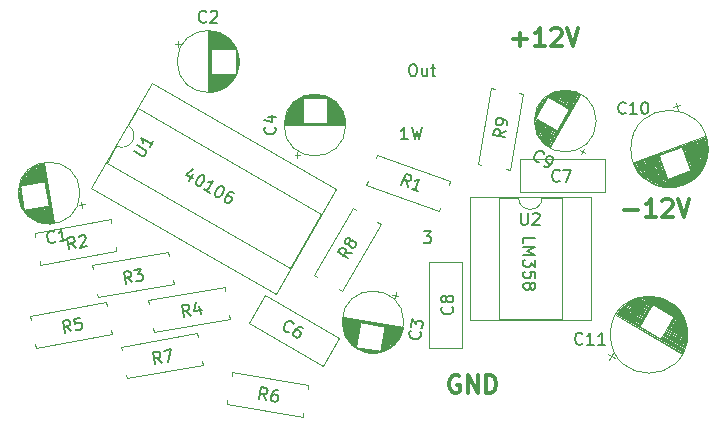
<source format=gbr>
G04 #@! TF.GenerationSoftware,KiCad,Pcbnew,(5.1.2-1)-1*
G04 #@! TF.CreationDate,2021-07-19T19:49:03-04:00*
G04 #@! TF.ProjectId,Psycho LFO - CGS,50737963-686f-4204-9c46-4f202d204347,rev?*
G04 #@! TF.SameCoordinates,Original*
G04 #@! TF.FileFunction,Legend,Top*
G04 #@! TF.FilePolarity,Positive*
%FSLAX46Y46*%
G04 Gerber Fmt 4.6, Leading zero omitted, Abs format (unit mm)*
G04 Created by KiCad (PCBNEW (5.1.2-1)-1) date 2021-07-19 19:49:03*
%MOMM*%
%LPD*%
G04 APERTURE LIST*
%ADD10C,0.150000*%
%ADD11C,0.300000*%
%ADD12C,0.120000*%
G04 APERTURE END LIST*
D10*
X60507619Y-32193123D02*
X60507619Y-31716933D01*
X61507619Y-31716933D01*
X60507619Y-32526457D02*
X61507619Y-32526457D01*
X60793333Y-32859790D01*
X61507619Y-33193123D01*
X60507619Y-33193123D01*
X61507619Y-33574076D02*
X61507619Y-34193123D01*
X61126666Y-33859790D01*
X61126666Y-34002647D01*
X61079047Y-34097885D01*
X61031428Y-34145504D01*
X60936190Y-34193123D01*
X60698095Y-34193123D01*
X60602857Y-34145504D01*
X60555238Y-34097885D01*
X60507619Y-34002647D01*
X60507619Y-33716933D01*
X60555238Y-33621695D01*
X60602857Y-33574076D01*
X61507619Y-35097885D02*
X61507619Y-34621695D01*
X61031428Y-34574076D01*
X61079047Y-34621695D01*
X61126666Y-34716933D01*
X61126666Y-34955028D01*
X61079047Y-35050266D01*
X61031428Y-35097885D01*
X60936190Y-35145504D01*
X60698095Y-35145504D01*
X60602857Y-35097885D01*
X60555238Y-35050266D01*
X60507619Y-34955028D01*
X60507619Y-34716933D01*
X60555238Y-34621695D01*
X60602857Y-34574076D01*
X61079047Y-35716933D02*
X61126666Y-35621695D01*
X61174285Y-35574076D01*
X61269523Y-35526457D01*
X61317142Y-35526457D01*
X61412380Y-35574076D01*
X61460000Y-35621695D01*
X61507619Y-35716933D01*
X61507619Y-35907409D01*
X61460000Y-36002647D01*
X61412380Y-36050266D01*
X61317142Y-36097885D01*
X61269523Y-36097885D01*
X61174285Y-36050266D01*
X61126666Y-36002647D01*
X61079047Y-35907409D01*
X61079047Y-35716933D01*
X61031428Y-35621695D01*
X60983809Y-35574076D01*
X60888571Y-35526457D01*
X60698095Y-35526457D01*
X60602857Y-35574076D01*
X60555238Y-35621695D01*
X60507619Y-35716933D01*
X60507619Y-35907409D01*
X60555238Y-36002647D01*
X60602857Y-36050266D01*
X60698095Y-36097885D01*
X60888571Y-36097885D01*
X60983809Y-36050266D01*
X61031428Y-36002647D01*
X61079047Y-35907409D01*
X32556927Y-26338480D02*
X32223594Y-26915830D01*
X32541207Y-25889518D02*
X31977868Y-26389060D01*
X32513979Y-26698583D01*
X33342184Y-26406947D02*
X33424662Y-26454567D01*
X33483331Y-26543425D01*
X33500761Y-26608474D01*
X33494381Y-26714762D01*
X33440383Y-26903529D01*
X33321335Y-27109725D01*
X33184858Y-27250873D01*
X33095999Y-27309542D01*
X33030950Y-27326972D01*
X32924662Y-27320592D01*
X32842184Y-27272973D01*
X32783515Y-27184115D01*
X32766085Y-27119066D01*
X32772464Y-27012778D01*
X32826463Y-26824011D01*
X32945511Y-26617814D01*
X33081988Y-26476667D01*
X33170847Y-26417998D01*
X33235895Y-26400568D01*
X33342184Y-26406947D01*
X33955645Y-27915830D02*
X33460773Y-27630116D01*
X33708209Y-27772973D02*
X34208209Y-26906947D01*
X34054302Y-26983046D01*
X33924204Y-27017906D01*
X33817916Y-27011526D01*
X34991756Y-27359328D02*
X35074234Y-27406947D01*
X35132904Y-27495806D01*
X35150333Y-27560855D01*
X35143954Y-27667143D01*
X35089955Y-27855910D01*
X34970907Y-28062106D01*
X34834430Y-28203254D01*
X34745571Y-28261923D01*
X34680523Y-28279353D01*
X34574234Y-28272973D01*
X34491756Y-28225354D01*
X34433087Y-28136495D01*
X34415657Y-28071447D01*
X34422037Y-27965159D01*
X34476035Y-27776392D01*
X34595083Y-27570195D01*
X34731561Y-27429048D01*
X34820419Y-27370378D01*
X34885468Y-27352949D01*
X34991756Y-27359328D01*
X36022738Y-27954567D02*
X35857781Y-27859328D01*
X35751493Y-27852949D01*
X35686444Y-27870378D01*
X35532537Y-27946477D01*
X35396060Y-28087625D01*
X35205583Y-28417539D01*
X35199204Y-28523828D01*
X35216634Y-28588876D01*
X35275303Y-28677735D01*
X35440260Y-28772973D01*
X35546548Y-28779353D01*
X35611597Y-28761923D01*
X35700455Y-28703254D01*
X35819503Y-28497057D01*
X35825883Y-28390769D01*
X35808453Y-28325720D01*
X35749784Y-28236862D01*
X35584826Y-28141624D01*
X35478538Y-28135244D01*
X35413489Y-28152674D01*
X35324631Y-28211343D01*
X52066866Y-31176980D02*
X52685914Y-31176980D01*
X52352580Y-31557933D01*
X52495438Y-31557933D01*
X52590676Y-31605552D01*
X52638295Y-31653171D01*
X52685914Y-31748409D01*
X52685914Y-31986504D01*
X52638295Y-32081742D01*
X52590676Y-32129361D01*
X52495438Y-32176980D01*
X52209723Y-32176980D01*
X52114485Y-32129361D01*
X52066866Y-32081742D01*
X50717485Y-23363180D02*
X50146057Y-23363180D01*
X50431771Y-23363180D02*
X50431771Y-22363180D01*
X50336533Y-22506038D01*
X50241295Y-22601276D01*
X50146057Y-22648895D01*
X51050819Y-22363180D02*
X51288914Y-23363180D01*
X51479390Y-22648895D01*
X51669866Y-23363180D01*
X51907961Y-22363180D01*
X51058866Y-17029180D02*
X51249342Y-17029180D01*
X51344580Y-17076800D01*
X51439819Y-17172038D01*
X51487438Y-17362514D01*
X51487438Y-17695847D01*
X51439819Y-17886323D01*
X51344580Y-17981561D01*
X51249342Y-18029180D01*
X51058866Y-18029180D01*
X50963628Y-17981561D01*
X50868390Y-17886323D01*
X50820771Y-17695847D01*
X50820771Y-17362514D01*
X50868390Y-17172038D01*
X50963628Y-17076800D01*
X51058866Y-17029180D01*
X52344580Y-17362514D02*
X52344580Y-18029180D01*
X51916009Y-17362514D02*
X51916009Y-17886323D01*
X51963628Y-17981561D01*
X52058866Y-18029180D01*
X52201723Y-18029180D01*
X52296961Y-17981561D01*
X52344580Y-17933942D01*
X52677914Y-17362514D02*
X53058866Y-17362514D01*
X52820771Y-17029180D02*
X52820771Y-17886323D01*
X52868390Y-17981561D01*
X52963628Y-18029180D01*
X53058866Y-18029180D01*
D11*
X59663342Y-14915342D02*
X60806200Y-14915342D01*
X60234771Y-15486771D02*
X60234771Y-14343914D01*
X62306200Y-15486771D02*
X61449057Y-15486771D01*
X61877628Y-15486771D02*
X61877628Y-13986771D01*
X61734771Y-14201057D01*
X61591914Y-14343914D01*
X61449057Y-14415342D01*
X62877628Y-14129628D02*
X62949057Y-14058200D01*
X63091914Y-13986771D01*
X63449057Y-13986771D01*
X63591914Y-14058200D01*
X63663342Y-14129628D01*
X63734771Y-14272485D01*
X63734771Y-14415342D01*
X63663342Y-14629628D01*
X62806200Y-15486771D01*
X63734771Y-15486771D01*
X64163342Y-13986771D02*
X64663342Y-15486771D01*
X65163342Y-13986771D01*
X69061342Y-29393342D02*
X70204200Y-29393342D01*
X71704200Y-29964771D02*
X70847057Y-29964771D01*
X71275628Y-29964771D02*
X71275628Y-28464771D01*
X71132771Y-28679057D01*
X70989914Y-28821914D01*
X70847057Y-28893342D01*
X72275628Y-28607628D02*
X72347057Y-28536200D01*
X72489914Y-28464771D01*
X72847057Y-28464771D01*
X72989914Y-28536200D01*
X73061342Y-28607628D01*
X73132771Y-28750485D01*
X73132771Y-28893342D01*
X73061342Y-29107628D01*
X72204200Y-29964771D01*
X73132771Y-29964771D01*
X73561342Y-28464771D02*
X74061342Y-29964771D01*
X74561342Y-28464771D01*
X55067342Y-43420600D02*
X54924485Y-43349171D01*
X54710200Y-43349171D01*
X54495914Y-43420600D01*
X54353057Y-43563457D01*
X54281628Y-43706314D01*
X54210200Y-43992028D01*
X54210200Y-44206314D01*
X54281628Y-44492028D01*
X54353057Y-44634885D01*
X54495914Y-44777742D01*
X54710200Y-44849171D01*
X54853057Y-44849171D01*
X55067342Y-44777742D01*
X55138771Y-44706314D01*
X55138771Y-44206314D01*
X54853057Y-44206314D01*
X55781628Y-44849171D02*
X55781628Y-43349171D01*
X56638771Y-44849171D01*
X56638771Y-43349171D01*
X57353057Y-44849171D02*
X57353057Y-43349171D01*
X57710200Y-43349171D01*
X57924485Y-43420600D01*
X58067342Y-43563457D01*
X58138771Y-43706314D01*
X58210200Y-43992028D01*
X58210200Y-44206314D01*
X58138771Y-44492028D01*
X58067342Y-44634885D01*
X57924485Y-44777742D01*
X57710200Y-44849171D01*
X57353057Y-44849171D01*
D12*
X53352256Y-29489882D02*
X53465123Y-29179783D01*
X47206666Y-27253070D02*
X53352256Y-29489882D01*
X47319533Y-26942971D02*
X47206666Y-27253070D01*
X54289391Y-26915124D02*
X54176525Y-27225222D01*
X48143802Y-24678312D02*
X54289391Y-26915124D01*
X48030935Y-24988411D02*
X48143802Y-24678312D01*
X65393068Y-24599881D02*
X65643068Y-24166869D01*
X65734575Y-24508375D02*
X65301562Y-24258375D01*
X61648536Y-20774051D02*
X61932536Y-20282149D01*
X61566177Y-20996701D02*
X62084177Y-20099499D01*
X61521318Y-21154399D02*
X62198318Y-19981801D01*
X61491959Y-21285250D02*
X62296959Y-19890950D01*
X61471600Y-21400513D02*
X62386600Y-19815687D01*
X61458241Y-21503652D02*
X62469241Y-19752548D01*
X61449382Y-21598996D02*
X62547382Y-19697204D01*
X61444023Y-21688278D02*
X62622023Y-19647922D01*
X62587664Y-19787434D02*
X62693164Y-19604702D01*
X61442164Y-21771498D02*
X61547664Y-21588766D01*
X62622305Y-19807434D02*
X62761805Y-19565812D01*
X61442805Y-21850388D02*
X61582305Y-21608766D01*
X62656946Y-19827434D02*
X62828446Y-19530387D01*
X61445446Y-21925813D02*
X61616946Y-21628766D01*
X62691587Y-19847434D02*
X62893087Y-19498425D01*
X61450087Y-21997775D02*
X61651587Y-21648766D01*
X62726228Y-19867434D02*
X62956228Y-19469062D01*
X61456228Y-22067138D02*
X61686228Y-21668766D01*
X62760869Y-19887434D02*
X63017869Y-19442297D01*
X61463869Y-22133903D02*
X61720869Y-21688766D01*
X62795510Y-19907434D02*
X63078010Y-19418129D01*
X61473010Y-22198071D02*
X61755510Y-21708766D01*
X62830151Y-19927434D02*
X63136651Y-19396560D01*
X61483651Y-22259640D02*
X61790151Y-21728766D01*
X62864792Y-19947434D02*
X63194292Y-19376723D01*
X61495292Y-22319477D02*
X61824792Y-21748766D01*
X62899433Y-19967434D02*
X63250933Y-19358618D01*
X61507933Y-22377582D02*
X61859433Y-21768766D01*
X62934074Y-19987434D02*
X63306574Y-19342245D01*
X61521574Y-22433955D02*
X61894074Y-21788766D01*
X62968715Y-20007434D02*
X63361715Y-19326738D01*
X61535715Y-22489462D02*
X61928715Y-21808766D01*
X63003356Y-20027434D02*
X63415356Y-19313829D01*
X61551356Y-22542371D02*
X61963356Y-21828766D01*
X63037998Y-20047434D02*
X63468498Y-19301786D01*
X61567498Y-22594414D02*
X61997998Y-21848766D01*
X63072639Y-20067434D02*
X63521139Y-19290609D01*
X61584139Y-22645591D02*
X62032639Y-21868766D01*
X63107280Y-20087434D02*
X63572780Y-19281164D01*
X61601780Y-22695036D02*
X62067280Y-21888766D01*
X63141921Y-20107434D02*
X63623921Y-19272585D01*
X61619921Y-22743615D02*
X62101921Y-21908766D01*
X63176562Y-20127434D02*
X63674062Y-19265738D01*
X61639062Y-22790462D02*
X62136562Y-21928766D01*
X63211203Y-20147434D02*
X63723703Y-19259758D01*
X61658703Y-22836442D02*
X62171203Y-21948766D01*
X63245844Y-20167434D02*
X63773344Y-19253777D01*
X61678344Y-22882423D02*
X62205844Y-21968766D01*
X63280485Y-20187434D02*
X63821485Y-19250394D01*
X61699485Y-22925806D02*
X62240485Y-21988766D01*
X63315126Y-20207434D02*
X63869626Y-19247011D01*
X61720626Y-22969189D02*
X62275126Y-22008766D01*
X63349767Y-20227434D02*
X63917267Y-19244495D01*
X61742267Y-23011705D02*
X62309767Y-22028766D01*
X63384408Y-20247434D02*
X63964408Y-19242844D01*
X61764408Y-23053356D02*
X62344408Y-22048766D01*
X63419049Y-20267434D02*
X64011049Y-19242060D01*
X61787049Y-23094140D02*
X62379049Y-22068766D01*
X63453690Y-20287434D02*
X64057190Y-19242141D01*
X61810190Y-23134059D02*
X62413690Y-22088766D01*
X63488331Y-20307434D02*
X64102331Y-19243954D01*
X61834331Y-23172246D02*
X62448331Y-22108766D01*
X63522972Y-20327434D02*
X64147972Y-19244902D01*
X61857972Y-23211298D02*
X62482972Y-22128766D01*
X63557613Y-20347434D02*
X64192613Y-19247581D01*
X61882613Y-23248619D02*
X62517613Y-22148766D01*
X63592254Y-20367434D02*
X64236754Y-19251127D01*
X61907754Y-23285073D02*
X62552254Y-22168766D01*
X63626895Y-20387434D02*
X64280895Y-19254672D01*
X61932895Y-23321528D02*
X62586895Y-22188766D01*
X63661536Y-20407434D02*
X64324036Y-19259950D01*
X61959036Y-23356250D02*
X62621536Y-22208766D01*
X63696177Y-20427434D02*
X64367177Y-19265227D01*
X61985177Y-23390973D02*
X62656177Y-22228766D01*
X63730818Y-20447434D02*
X64409818Y-19271371D01*
X62011818Y-23424829D02*
X62690818Y-22248766D01*
X63765459Y-20467434D02*
X64452459Y-19277515D01*
X62038459Y-23458685D02*
X62725459Y-22268766D01*
X63800100Y-20487434D02*
X64494100Y-19285390D01*
X62066100Y-23490810D02*
X62760100Y-22288766D01*
X63834741Y-20507434D02*
X64535741Y-19293266D01*
X62093741Y-23522934D02*
X62794741Y-22308766D01*
X63869382Y-20527434D02*
X64576882Y-19302008D01*
X62121882Y-23554192D02*
X62829382Y-22328766D01*
X63904023Y-20547434D02*
X64618023Y-19310749D01*
X62150023Y-23585451D02*
X62864023Y-22348766D01*
X63938664Y-20567434D02*
X64658664Y-19320357D01*
X62178664Y-23615843D02*
X62898664Y-22368766D01*
X63974171Y-20587934D02*
X64699671Y-19331331D01*
X62208671Y-23645869D02*
X62934171Y-22389266D01*
X64008812Y-20607934D02*
X64739312Y-19342670D01*
X62238312Y-23674530D02*
X62968812Y-22409266D01*
X64043453Y-20627934D02*
X64778953Y-19354010D01*
X62267953Y-23703190D02*
X63003453Y-22429266D01*
X64078094Y-20647934D02*
X64818094Y-19366216D01*
X62298094Y-23730984D02*
X63038094Y-22449266D01*
X64112735Y-20667934D02*
X64856735Y-19379288D01*
X62328735Y-23757912D02*
X63072735Y-22469266D01*
X64147376Y-20687934D02*
X64895376Y-19392360D01*
X62359376Y-23784840D02*
X63107376Y-22489266D01*
X64182017Y-20707934D02*
X64933517Y-19406297D01*
X62390517Y-23810903D02*
X63142017Y-22509266D01*
X64216658Y-20727934D02*
X64971658Y-19420235D01*
X62421658Y-23836965D02*
X63176658Y-22529266D01*
X64251299Y-20747934D02*
X65009299Y-19435039D01*
X62453299Y-23862161D02*
X63211299Y-22549266D01*
X64285940Y-20767934D02*
X65046440Y-19450709D01*
X62485440Y-23886491D02*
X63245940Y-22569266D01*
X64320581Y-20787934D02*
X65083081Y-19467245D01*
X62518081Y-23909955D02*
X63280581Y-22589266D01*
X64355222Y-20807934D02*
X65119722Y-19483781D01*
X62550722Y-23933419D02*
X63315222Y-22609266D01*
X62583363Y-23956883D02*
X65156363Y-19500317D01*
X62616504Y-23979481D02*
X65192504Y-19517719D01*
X62650145Y-24001213D02*
X65228145Y-19535987D01*
X62684286Y-24022080D02*
X65263286Y-19555120D01*
X62718427Y-24042946D02*
X65298427Y-19574254D01*
X62753068Y-24062946D02*
X65333068Y-19594254D01*
X66663068Y-21828600D02*
G75*
G03X66663068Y-21828600I-2620000J0D01*
G01*
X41124800Y-24723575D02*
X41624800Y-24723575D01*
X41374800Y-24973575D02*
X41374800Y-24473575D01*
X42565800Y-19567800D02*
X43133800Y-19567800D01*
X42331800Y-19607800D02*
X43367800Y-19607800D01*
X42172800Y-19647800D02*
X43526800Y-19647800D01*
X42044800Y-19687800D02*
X43654800Y-19687800D01*
X41934800Y-19727800D02*
X43764800Y-19727800D01*
X41838800Y-19767800D02*
X43860800Y-19767800D01*
X41751800Y-19807800D02*
X43947800Y-19807800D01*
X41671800Y-19847800D02*
X44027800Y-19847800D01*
X43889800Y-19887800D02*
X44100800Y-19887800D01*
X41598800Y-19887800D02*
X41809800Y-19887800D01*
X43889800Y-19927800D02*
X44168800Y-19927800D01*
X41530800Y-19927800D02*
X41809800Y-19927800D01*
X43889800Y-19967800D02*
X44232800Y-19967800D01*
X41466800Y-19967800D02*
X41809800Y-19967800D01*
X43889800Y-20007800D02*
X44292800Y-20007800D01*
X41406800Y-20007800D02*
X41809800Y-20007800D01*
X43889800Y-20047800D02*
X44349800Y-20047800D01*
X41349800Y-20047800D02*
X41809800Y-20047800D01*
X43889800Y-20087800D02*
X44403800Y-20087800D01*
X41295800Y-20087800D02*
X41809800Y-20087800D01*
X43889800Y-20127800D02*
X44454800Y-20127800D01*
X41244800Y-20127800D02*
X41809800Y-20127800D01*
X43889800Y-20167800D02*
X44502800Y-20167800D01*
X41196800Y-20167800D02*
X41809800Y-20167800D01*
X43889800Y-20207800D02*
X44548800Y-20207800D01*
X41150800Y-20207800D02*
X41809800Y-20207800D01*
X43889800Y-20247800D02*
X44592800Y-20247800D01*
X41106800Y-20247800D02*
X41809800Y-20247800D01*
X43889800Y-20287800D02*
X44634800Y-20287800D01*
X41064800Y-20287800D02*
X41809800Y-20287800D01*
X43889800Y-20327800D02*
X44675800Y-20327800D01*
X41023800Y-20327800D02*
X41809800Y-20327800D01*
X43889800Y-20367800D02*
X44713800Y-20367800D01*
X40985800Y-20367800D02*
X41809800Y-20367800D01*
X43889800Y-20407800D02*
X44750800Y-20407800D01*
X40948800Y-20407800D02*
X41809800Y-20407800D01*
X43889800Y-20447800D02*
X44786800Y-20447800D01*
X40912800Y-20447800D02*
X41809800Y-20447800D01*
X43889800Y-20487800D02*
X44820800Y-20487800D01*
X40878800Y-20487800D02*
X41809800Y-20487800D01*
X43889800Y-20527800D02*
X44853800Y-20527800D01*
X40845800Y-20527800D02*
X41809800Y-20527800D01*
X43889800Y-20567800D02*
X44884800Y-20567800D01*
X40814800Y-20567800D02*
X41809800Y-20567800D01*
X43889800Y-20607800D02*
X44914800Y-20607800D01*
X40784800Y-20607800D02*
X41809800Y-20607800D01*
X43889800Y-20647800D02*
X44944800Y-20647800D01*
X40754800Y-20647800D02*
X41809800Y-20647800D01*
X43889800Y-20687800D02*
X44971800Y-20687800D01*
X40727800Y-20687800D02*
X41809800Y-20687800D01*
X43889800Y-20727800D02*
X44998800Y-20727800D01*
X40700800Y-20727800D02*
X41809800Y-20727800D01*
X43889800Y-20767800D02*
X45024800Y-20767800D01*
X40674800Y-20767800D02*
X41809800Y-20767800D01*
X43889800Y-20807800D02*
X45049800Y-20807800D01*
X40649800Y-20807800D02*
X41809800Y-20807800D01*
X43889800Y-20847800D02*
X45073800Y-20847800D01*
X40625800Y-20847800D02*
X41809800Y-20847800D01*
X43889800Y-20887800D02*
X45096800Y-20887800D01*
X40602800Y-20887800D02*
X41809800Y-20887800D01*
X43889800Y-20927800D02*
X45117800Y-20927800D01*
X40581800Y-20927800D02*
X41809800Y-20927800D01*
X43889800Y-20967800D02*
X45139800Y-20967800D01*
X40559800Y-20967800D02*
X41809800Y-20967800D01*
X43889800Y-21007800D02*
X45159800Y-21007800D01*
X40539800Y-21007800D02*
X41809800Y-21007800D01*
X43889800Y-21047800D02*
X45178800Y-21047800D01*
X40520800Y-21047800D02*
X41809800Y-21047800D01*
X43889800Y-21087800D02*
X45197800Y-21087800D01*
X40501800Y-21087800D02*
X41809800Y-21087800D01*
X43889800Y-21127800D02*
X45214800Y-21127800D01*
X40484800Y-21127800D02*
X41809800Y-21127800D01*
X43889800Y-21167800D02*
X45231800Y-21167800D01*
X40467800Y-21167800D02*
X41809800Y-21167800D01*
X43889800Y-21207800D02*
X45247800Y-21207800D01*
X40451800Y-21207800D02*
X41809800Y-21207800D01*
X43889800Y-21247800D02*
X45263800Y-21247800D01*
X40435800Y-21247800D02*
X41809800Y-21247800D01*
X43889800Y-21287800D02*
X45277800Y-21287800D01*
X40421800Y-21287800D02*
X41809800Y-21287800D01*
X43889800Y-21327800D02*
X45291800Y-21327800D01*
X40407800Y-21327800D02*
X41809800Y-21327800D01*
X43889800Y-21367800D02*
X45304800Y-21367800D01*
X40394800Y-21367800D02*
X41809800Y-21367800D01*
X43889800Y-21407800D02*
X45317800Y-21407800D01*
X40381800Y-21407800D02*
X41809800Y-21407800D01*
X43889800Y-21447800D02*
X45329800Y-21447800D01*
X40369800Y-21447800D02*
X41809800Y-21447800D01*
X43889800Y-21488800D02*
X45340800Y-21488800D01*
X40358800Y-21488800D02*
X41809800Y-21488800D01*
X43889800Y-21528800D02*
X45350800Y-21528800D01*
X40348800Y-21528800D02*
X41809800Y-21528800D01*
X43889800Y-21568800D02*
X45360800Y-21568800D01*
X40338800Y-21568800D02*
X41809800Y-21568800D01*
X43889800Y-21608800D02*
X45369800Y-21608800D01*
X40329800Y-21608800D02*
X41809800Y-21608800D01*
X43889800Y-21648800D02*
X45377800Y-21648800D01*
X40321800Y-21648800D02*
X41809800Y-21648800D01*
X43889800Y-21688800D02*
X45385800Y-21688800D01*
X40313800Y-21688800D02*
X41809800Y-21688800D01*
X43889800Y-21728800D02*
X45392800Y-21728800D01*
X40306800Y-21728800D02*
X41809800Y-21728800D01*
X43889800Y-21768800D02*
X45399800Y-21768800D01*
X40299800Y-21768800D02*
X41809800Y-21768800D01*
X43889800Y-21808800D02*
X45405800Y-21808800D01*
X40293800Y-21808800D02*
X41809800Y-21808800D01*
X43889800Y-21848800D02*
X45410800Y-21848800D01*
X40288800Y-21848800D02*
X41809800Y-21848800D01*
X43889800Y-21888800D02*
X45414800Y-21888800D01*
X40284800Y-21888800D02*
X41809800Y-21888800D01*
X43889800Y-21928800D02*
X45418800Y-21928800D01*
X40280800Y-21928800D02*
X41809800Y-21928800D01*
X40276800Y-21968800D02*
X45422800Y-21968800D01*
X40273800Y-22008800D02*
X45425800Y-22008800D01*
X40271800Y-22048800D02*
X45427800Y-22048800D01*
X40270800Y-22088800D02*
X45428800Y-22088800D01*
X40269800Y-22128800D02*
X45429800Y-22128800D01*
X40269800Y-22168800D02*
X45429800Y-22168800D01*
X45469800Y-22168800D02*
G75*
G03X45469800Y-22168800I-2620000J0D01*
G01*
X49905965Y-36631991D02*
X49413561Y-36545166D01*
X49703175Y-36342377D02*
X49616351Y-36834780D01*
X47591566Y-41459211D02*
X47032195Y-41360579D01*
X47828957Y-41460452D02*
X46808696Y-41280553D01*
X47992488Y-41448670D02*
X46659058Y-41213550D01*
X48125489Y-41431505D02*
X46539948Y-41151931D01*
X48240764Y-41411213D02*
X46438565Y-41093437D01*
X48342251Y-41388491D02*
X46350970Y-41037375D01*
X48434875Y-41364206D02*
X46272238Y-40982875D01*
X48520606Y-41338706D02*
X46200399Y-40929591D01*
X46343248Y-40914162D02*
X46135454Y-40877522D01*
X48599443Y-41311990D02*
X48391648Y-41275350D01*
X46350194Y-40874770D02*
X46075433Y-40826322D01*
X48673356Y-41284406D02*
X48398594Y-41235958D01*
X46357140Y-40835377D02*
X46019351Y-40775816D01*
X48743329Y-41256127D02*
X48405540Y-41196566D01*
X46364086Y-40795985D02*
X45967208Y-40726005D01*
X48809364Y-41227154D02*
X48412486Y-41157173D01*
X46371032Y-40756593D02*
X45918020Y-40676715D01*
X48872444Y-41197659D02*
X48419432Y-41117781D01*
X46377978Y-40717201D02*
X45871787Y-40627945D01*
X48932569Y-41167644D02*
X48426378Y-41078389D01*
X46384924Y-40677808D02*
X45828507Y-40579697D01*
X48989740Y-41137108D02*
X48433324Y-41038996D01*
X46391870Y-40638416D02*
X45788183Y-40531970D01*
X49043957Y-41106050D02*
X48440270Y-40999604D01*
X46398816Y-40599024D02*
X45749827Y-40484589D01*
X49096204Y-41074646D02*
X48447216Y-40960212D01*
X46405762Y-40559631D02*
X45713442Y-40437557D01*
X49146482Y-41042894D02*
X48454162Y-40920819D01*
X46412707Y-40520239D02*
X45679026Y-40390871D01*
X49194789Y-41010795D02*
X48461108Y-40881427D01*
X46419653Y-40480847D02*
X45645595Y-40344359D01*
X49242112Y-40978522D02*
X48468054Y-40842035D01*
X46426599Y-40441454D02*
X45615118Y-40298368D01*
X49286481Y-40945729D02*
X48474999Y-40802643D01*
X46433545Y-40402062D02*
X45585626Y-40252551D01*
X49329865Y-40912761D02*
X48481945Y-40763250D01*
X46440491Y-40362670D02*
X45557119Y-40206907D01*
X49372264Y-40879620D02*
X48488891Y-40723858D01*
X46447437Y-40323277D02*
X45530581Y-40161611D01*
X49412693Y-40846132D02*
X48495837Y-40684466D01*
X46454383Y-40283885D02*
X45505028Y-40116488D01*
X49452138Y-40812470D02*
X48502783Y-40645073D01*
X46461329Y-40244493D02*
X45481445Y-40071713D01*
X49489613Y-40778461D02*
X48509729Y-40605681D01*
X46468275Y-40205100D02*
X45458847Y-40027111D01*
X49526103Y-40744278D02*
X48516675Y-40566289D01*
X46475221Y-40165708D02*
X45436249Y-39982509D01*
X49562593Y-40710095D02*
X48523621Y-40526896D01*
X46482167Y-40126316D02*
X45416605Y-39938429D01*
X49596129Y-40675391D02*
X48530567Y-40487504D01*
X46489113Y-40086924D02*
X45396961Y-39894348D01*
X49629665Y-40640688D02*
X48537513Y-40448112D01*
X46496059Y-40047531D02*
X45378302Y-39850441D01*
X49662216Y-40605810D02*
X48544459Y-40408719D01*
X46503005Y-40008139D02*
X45360628Y-39806707D01*
X49693782Y-40570759D02*
X48551405Y-40369327D01*
X46509950Y-39968747D02*
X45343938Y-39763147D01*
X49724363Y-40535534D02*
X48558351Y-40329935D01*
X46516896Y-39929354D02*
X45328233Y-39719761D01*
X49753959Y-40500136D02*
X48565297Y-40290543D01*
X46523842Y-39889962D02*
X45314498Y-39676722D01*
X49781586Y-40464390D02*
X48572242Y-40251150D01*
X46530788Y-39850570D02*
X45299779Y-39633509D01*
X49810198Y-40428818D02*
X48579188Y-40211758D01*
X46537734Y-39811177D02*
X45287028Y-39590644D01*
X49836840Y-40392899D02*
X48586134Y-40172366D01*
X46544680Y-39771785D02*
X45275263Y-39547953D01*
X49862497Y-40356806D02*
X48593080Y-40132973D01*
X46551626Y-39732393D02*
X45263497Y-39505261D01*
X49888155Y-40320713D02*
X48600026Y-40093581D01*
X46558572Y-39693000D02*
X45253702Y-39462917D01*
X49911842Y-40284273D02*
X48606972Y-40054189D01*
X46565518Y-39653608D02*
X45243906Y-39420572D01*
X49935530Y-40247832D02*
X48613918Y-40014796D01*
X46572464Y-39614216D02*
X45235095Y-39378402D01*
X49958233Y-40211218D02*
X48620864Y-39975404D01*
X46579410Y-39574824D02*
X45226284Y-39336231D01*
X49980936Y-40174604D02*
X48627810Y-39936012D01*
X46586356Y-39535431D02*
X45219443Y-39294408D01*
X50001669Y-40137643D02*
X48634756Y-39896619D01*
X46593302Y-39496039D02*
X45212601Y-39252584D01*
X50022402Y-40100682D02*
X48641702Y-39857227D01*
X46600248Y-39456647D02*
X45206745Y-39210934D01*
X50042151Y-40063547D02*
X48648648Y-39817835D01*
X46607193Y-39417254D02*
X45200888Y-39169285D01*
X50061899Y-40026412D02*
X48655594Y-39778442D01*
X46614139Y-39377862D02*
X45196016Y-39127809D01*
X50080663Y-39989104D02*
X48662540Y-39739050D01*
X46621259Y-39337485D02*
X45192303Y-39085521D01*
X50098615Y-39950637D02*
X48669659Y-39698673D01*
X46628205Y-39298093D02*
X45189401Y-39044393D01*
X50115409Y-39912981D02*
X48676605Y-39659281D01*
X46635151Y-39258700D02*
X45186499Y-39003264D01*
X50132203Y-39875325D02*
X48683551Y-39619888D01*
X46642097Y-39219308D02*
X45184581Y-38962309D01*
X50148012Y-39837495D02*
X48690497Y-39580496D01*
X46649043Y-39179916D02*
X45183649Y-38921527D01*
X50162837Y-39799492D02*
X48697443Y-39541104D01*
X46655989Y-39140523D02*
X45182716Y-38880746D01*
X50177661Y-39761489D02*
X48704389Y-39501712D01*
X46662935Y-39101131D02*
X45182768Y-38840138D01*
X50191501Y-39723312D02*
X48711335Y-39462319D01*
X46669880Y-39061739D02*
X45182821Y-38799530D01*
X50205340Y-39685136D02*
X48718281Y-39422927D01*
X46676826Y-39022346D02*
X45183858Y-38759096D01*
X50218195Y-39646785D02*
X48725226Y-39383535D01*
X46683772Y-38982954D02*
X45185880Y-38718835D01*
X50230065Y-39608261D02*
X48732172Y-39344142D01*
X46690718Y-38943562D02*
X45188886Y-38678748D01*
X50240950Y-39569563D02*
X48739118Y-39304750D01*
X46697664Y-38904169D02*
X45191893Y-38638661D01*
X50251835Y-39530866D02*
X48746064Y-39265358D01*
X50262720Y-39492168D02*
X45194900Y-38598574D01*
X50272621Y-39453297D02*
X45198891Y-38558661D01*
X50281536Y-39414252D02*
X45203868Y-38518922D01*
X50289467Y-39375033D02*
X45209829Y-38479356D01*
X50297398Y-39335814D02*
X45215790Y-38439790D01*
X50304344Y-39296422D02*
X45222736Y-38400397D01*
X50383540Y-38848410D02*
G75*
G03X50383540Y-38848410I-2620000J0D01*
G01*
X31258025Y-15064400D02*
X31258025Y-15564400D01*
X31008025Y-15314400D02*
X31508025Y-15314400D01*
X36413800Y-16505400D02*
X36413800Y-17073400D01*
X36373800Y-16271400D02*
X36373800Y-17307400D01*
X36333800Y-16112400D02*
X36333800Y-17466400D01*
X36293800Y-15984400D02*
X36293800Y-17594400D01*
X36253800Y-15874400D02*
X36253800Y-17704400D01*
X36213800Y-15778400D02*
X36213800Y-17800400D01*
X36173800Y-15691400D02*
X36173800Y-17887400D01*
X36133800Y-15611400D02*
X36133800Y-17967400D01*
X36093800Y-17829400D02*
X36093800Y-18040400D01*
X36093800Y-15538400D02*
X36093800Y-15749400D01*
X36053800Y-17829400D02*
X36053800Y-18108400D01*
X36053800Y-15470400D02*
X36053800Y-15749400D01*
X36013800Y-17829400D02*
X36013800Y-18172400D01*
X36013800Y-15406400D02*
X36013800Y-15749400D01*
X35973800Y-17829400D02*
X35973800Y-18232400D01*
X35973800Y-15346400D02*
X35973800Y-15749400D01*
X35933800Y-17829400D02*
X35933800Y-18289400D01*
X35933800Y-15289400D02*
X35933800Y-15749400D01*
X35893800Y-17829400D02*
X35893800Y-18343400D01*
X35893800Y-15235400D02*
X35893800Y-15749400D01*
X35853800Y-17829400D02*
X35853800Y-18394400D01*
X35853800Y-15184400D02*
X35853800Y-15749400D01*
X35813800Y-17829400D02*
X35813800Y-18442400D01*
X35813800Y-15136400D02*
X35813800Y-15749400D01*
X35773800Y-17829400D02*
X35773800Y-18488400D01*
X35773800Y-15090400D02*
X35773800Y-15749400D01*
X35733800Y-17829400D02*
X35733800Y-18532400D01*
X35733800Y-15046400D02*
X35733800Y-15749400D01*
X35693800Y-17829400D02*
X35693800Y-18574400D01*
X35693800Y-15004400D02*
X35693800Y-15749400D01*
X35653800Y-17829400D02*
X35653800Y-18615400D01*
X35653800Y-14963400D02*
X35653800Y-15749400D01*
X35613800Y-17829400D02*
X35613800Y-18653400D01*
X35613800Y-14925400D02*
X35613800Y-15749400D01*
X35573800Y-17829400D02*
X35573800Y-18690400D01*
X35573800Y-14888400D02*
X35573800Y-15749400D01*
X35533800Y-17829400D02*
X35533800Y-18726400D01*
X35533800Y-14852400D02*
X35533800Y-15749400D01*
X35493800Y-17829400D02*
X35493800Y-18760400D01*
X35493800Y-14818400D02*
X35493800Y-15749400D01*
X35453800Y-17829400D02*
X35453800Y-18793400D01*
X35453800Y-14785400D02*
X35453800Y-15749400D01*
X35413800Y-17829400D02*
X35413800Y-18824400D01*
X35413800Y-14754400D02*
X35413800Y-15749400D01*
X35373800Y-17829400D02*
X35373800Y-18854400D01*
X35373800Y-14724400D02*
X35373800Y-15749400D01*
X35333800Y-17829400D02*
X35333800Y-18884400D01*
X35333800Y-14694400D02*
X35333800Y-15749400D01*
X35293800Y-17829400D02*
X35293800Y-18911400D01*
X35293800Y-14667400D02*
X35293800Y-15749400D01*
X35253800Y-17829400D02*
X35253800Y-18938400D01*
X35253800Y-14640400D02*
X35253800Y-15749400D01*
X35213800Y-17829400D02*
X35213800Y-18964400D01*
X35213800Y-14614400D02*
X35213800Y-15749400D01*
X35173800Y-17829400D02*
X35173800Y-18989400D01*
X35173800Y-14589400D02*
X35173800Y-15749400D01*
X35133800Y-17829400D02*
X35133800Y-19013400D01*
X35133800Y-14565400D02*
X35133800Y-15749400D01*
X35093800Y-17829400D02*
X35093800Y-19036400D01*
X35093800Y-14542400D02*
X35093800Y-15749400D01*
X35053800Y-17829400D02*
X35053800Y-19057400D01*
X35053800Y-14521400D02*
X35053800Y-15749400D01*
X35013800Y-17829400D02*
X35013800Y-19079400D01*
X35013800Y-14499400D02*
X35013800Y-15749400D01*
X34973800Y-17829400D02*
X34973800Y-19099400D01*
X34973800Y-14479400D02*
X34973800Y-15749400D01*
X34933800Y-17829400D02*
X34933800Y-19118400D01*
X34933800Y-14460400D02*
X34933800Y-15749400D01*
X34893800Y-17829400D02*
X34893800Y-19137400D01*
X34893800Y-14441400D02*
X34893800Y-15749400D01*
X34853800Y-17829400D02*
X34853800Y-19154400D01*
X34853800Y-14424400D02*
X34853800Y-15749400D01*
X34813800Y-17829400D02*
X34813800Y-19171400D01*
X34813800Y-14407400D02*
X34813800Y-15749400D01*
X34773800Y-17829400D02*
X34773800Y-19187400D01*
X34773800Y-14391400D02*
X34773800Y-15749400D01*
X34733800Y-17829400D02*
X34733800Y-19203400D01*
X34733800Y-14375400D02*
X34733800Y-15749400D01*
X34693800Y-17829400D02*
X34693800Y-19217400D01*
X34693800Y-14361400D02*
X34693800Y-15749400D01*
X34653800Y-17829400D02*
X34653800Y-19231400D01*
X34653800Y-14347400D02*
X34653800Y-15749400D01*
X34613800Y-17829400D02*
X34613800Y-19244400D01*
X34613800Y-14334400D02*
X34613800Y-15749400D01*
X34573800Y-17829400D02*
X34573800Y-19257400D01*
X34573800Y-14321400D02*
X34573800Y-15749400D01*
X34533800Y-17829400D02*
X34533800Y-19269400D01*
X34533800Y-14309400D02*
X34533800Y-15749400D01*
X34492800Y-17829400D02*
X34492800Y-19280400D01*
X34492800Y-14298400D02*
X34492800Y-15749400D01*
X34452800Y-17829400D02*
X34452800Y-19290400D01*
X34452800Y-14288400D02*
X34452800Y-15749400D01*
X34412800Y-17829400D02*
X34412800Y-19300400D01*
X34412800Y-14278400D02*
X34412800Y-15749400D01*
X34372800Y-17829400D02*
X34372800Y-19309400D01*
X34372800Y-14269400D02*
X34372800Y-15749400D01*
X34332800Y-17829400D02*
X34332800Y-19317400D01*
X34332800Y-14261400D02*
X34332800Y-15749400D01*
X34292800Y-17829400D02*
X34292800Y-19325400D01*
X34292800Y-14253400D02*
X34292800Y-15749400D01*
X34252800Y-17829400D02*
X34252800Y-19332400D01*
X34252800Y-14246400D02*
X34252800Y-15749400D01*
X34212800Y-17829400D02*
X34212800Y-19339400D01*
X34212800Y-14239400D02*
X34212800Y-15749400D01*
X34172800Y-17829400D02*
X34172800Y-19345400D01*
X34172800Y-14233400D02*
X34172800Y-15749400D01*
X34132800Y-17829400D02*
X34132800Y-19350400D01*
X34132800Y-14228400D02*
X34132800Y-15749400D01*
X34092800Y-17829400D02*
X34092800Y-19354400D01*
X34092800Y-14224400D02*
X34092800Y-15749400D01*
X34052800Y-17829400D02*
X34052800Y-19358400D01*
X34052800Y-14220400D02*
X34052800Y-15749400D01*
X34012800Y-14216400D02*
X34012800Y-19362400D01*
X33972800Y-14213400D02*
X33972800Y-19365400D01*
X33932800Y-14211400D02*
X33932800Y-19367400D01*
X33892800Y-14210400D02*
X33892800Y-19368400D01*
X33852800Y-14209400D02*
X33852800Y-19369400D01*
X33812800Y-14209400D02*
X33812800Y-19369400D01*
X36432800Y-16789400D02*
G75*
G03X36432800Y-16789400I-2620000J0D01*
G01*
X23149096Y-29183622D02*
X23062272Y-28691218D01*
X23351886Y-28894008D02*
X22859482Y-28980832D01*
X17821421Y-28659805D02*
X17722789Y-28100434D01*
X17901447Y-28883304D02*
X17721548Y-27863043D01*
X17968450Y-29032942D02*
X17733330Y-27699512D01*
X18030069Y-29152052D02*
X17750495Y-27566511D01*
X18088563Y-29253435D02*
X17770787Y-27451236D01*
X18144625Y-29341030D02*
X17793509Y-27349749D01*
X18199125Y-29419762D02*
X17817794Y-27257125D01*
X18252409Y-29491601D02*
X17843294Y-27171394D01*
X17906650Y-27300352D02*
X17870010Y-27092557D01*
X18304478Y-29556546D02*
X18267838Y-29348752D01*
X17946042Y-27293406D02*
X17897594Y-27018644D01*
X18355678Y-29616567D02*
X18307230Y-29341806D01*
X17985434Y-27286460D02*
X17925873Y-26948671D01*
X18406184Y-29672649D02*
X18346623Y-29334860D01*
X18024827Y-27279514D02*
X17954846Y-26882636D01*
X18455995Y-29724792D02*
X18386015Y-29327914D01*
X18064219Y-27272568D02*
X17984341Y-26819556D01*
X18505285Y-29773980D02*
X18425407Y-29320968D01*
X18103611Y-27265622D02*
X18014356Y-26759431D01*
X18554055Y-29820213D02*
X18464799Y-29314022D01*
X18143004Y-27258676D02*
X18044892Y-26702260D01*
X18602303Y-29863493D02*
X18504192Y-29307076D01*
X18182396Y-27251730D02*
X18075950Y-26648043D01*
X18650030Y-29903817D02*
X18543584Y-29300130D01*
X18221788Y-27244784D02*
X18107354Y-26595796D01*
X18697411Y-29942173D02*
X18582976Y-29293184D01*
X18261181Y-27237838D02*
X18139106Y-26545518D01*
X18744443Y-29978558D02*
X18622369Y-29286238D01*
X18300573Y-27230892D02*
X18171205Y-26497211D01*
X18791129Y-30012974D02*
X18661761Y-29279293D01*
X18339965Y-27223946D02*
X18203478Y-26449888D01*
X18837641Y-30046405D02*
X18701153Y-29272347D01*
X18379357Y-27217001D02*
X18236271Y-26405519D01*
X18883632Y-30076882D02*
X18740546Y-29265401D01*
X18418750Y-27210055D02*
X18269239Y-26362135D01*
X18929449Y-30106374D02*
X18779938Y-29258455D01*
X18458142Y-27203109D02*
X18302380Y-26319736D01*
X18975093Y-30134881D02*
X18819330Y-29251509D01*
X18497534Y-27196163D02*
X18335868Y-26279307D01*
X19020389Y-30161419D02*
X18858723Y-29244563D01*
X18536927Y-27189217D02*
X18369530Y-26239862D01*
X19065512Y-30186972D02*
X18898115Y-29237617D01*
X18576319Y-27182271D02*
X18403539Y-26202387D01*
X19110287Y-30210555D02*
X18937507Y-29230671D01*
X18615711Y-27175325D02*
X18437722Y-26165897D01*
X19154889Y-30233153D02*
X18976900Y-29223725D01*
X18655104Y-27168379D02*
X18471905Y-26129407D01*
X19199491Y-30255751D02*
X19016292Y-29216779D01*
X18694496Y-27161433D02*
X18506609Y-26095871D01*
X19243571Y-30275395D02*
X19055684Y-29209833D01*
X18733888Y-27154487D02*
X18541312Y-26062335D01*
X19287652Y-30295039D02*
X19095076Y-29202887D01*
X18773281Y-27147541D02*
X18576190Y-26029784D01*
X19331559Y-30313698D02*
X19134469Y-29195941D01*
X18812673Y-27140595D02*
X18611241Y-25998218D01*
X19375293Y-30331372D02*
X19173861Y-29188995D01*
X18852065Y-27133649D02*
X18646466Y-25967637D01*
X19418853Y-30348062D02*
X19213253Y-29182050D01*
X18891457Y-27126703D02*
X18681864Y-25938041D01*
X19462239Y-30363767D02*
X19252646Y-29175104D01*
X18930850Y-27119758D02*
X18717610Y-25910414D01*
X19505278Y-30377502D02*
X19292038Y-29168158D01*
X18970242Y-27112812D02*
X18753182Y-25881802D01*
X19548491Y-30392221D02*
X19331430Y-29161212D01*
X19009634Y-27105866D02*
X18789101Y-25855160D01*
X19591356Y-30404972D02*
X19370823Y-29154266D01*
X19049027Y-27098920D02*
X18825194Y-25829503D01*
X19634047Y-30416737D02*
X19410215Y-29147320D01*
X19088419Y-27091974D02*
X18861287Y-25803845D01*
X19676739Y-30428503D02*
X19449607Y-29140374D01*
X19127811Y-27085028D02*
X18897727Y-25780158D01*
X19719083Y-30438298D02*
X19489000Y-29133428D01*
X19167204Y-27078082D02*
X18934168Y-25756470D01*
X19761428Y-30448094D02*
X19528392Y-29126482D01*
X19206596Y-27071136D02*
X18970782Y-25733767D01*
X19803598Y-30456905D02*
X19567784Y-29119536D01*
X19245988Y-27064190D02*
X19007396Y-25711064D01*
X19845769Y-30465716D02*
X19607176Y-29112590D01*
X19285381Y-27057244D02*
X19044357Y-25690331D01*
X19887592Y-30472557D02*
X19646569Y-29105644D01*
X19324773Y-27050298D02*
X19081318Y-25669598D01*
X19929416Y-30479399D02*
X19685961Y-29098698D01*
X19364165Y-27043352D02*
X19118453Y-25649849D01*
X19971066Y-30485255D02*
X19725353Y-29091752D01*
X19403558Y-27036406D02*
X19155588Y-25630101D01*
X20012715Y-30491112D02*
X19764746Y-29084807D01*
X19442950Y-27029460D02*
X19192896Y-25611337D01*
X20054191Y-30495984D02*
X19804138Y-29077861D01*
X19483327Y-27022341D02*
X19231363Y-25593385D01*
X20096479Y-30499697D02*
X19844515Y-29070741D01*
X19522719Y-27015395D02*
X19269019Y-25576591D01*
X20137607Y-30502599D02*
X19883907Y-29063795D01*
X19562112Y-27008449D02*
X19306675Y-25559797D01*
X20178736Y-30505501D02*
X19923300Y-29056849D01*
X19601504Y-27001503D02*
X19344505Y-25543988D01*
X20219691Y-30507419D02*
X19962692Y-29049903D01*
X19640896Y-26994557D02*
X19382508Y-25529163D01*
X20260473Y-30508351D02*
X20002084Y-29042957D01*
X19680288Y-26987611D02*
X19420511Y-25514339D01*
X20301254Y-30509284D02*
X20041477Y-29036011D01*
X19719681Y-26980665D02*
X19458688Y-25500499D01*
X20341862Y-30509232D02*
X20080869Y-29029065D01*
X19759073Y-26973719D02*
X19496864Y-25486660D01*
X20382470Y-30509179D02*
X20120261Y-29022120D01*
X19798465Y-26966774D02*
X19535215Y-25473805D01*
X20422904Y-30508142D02*
X20159654Y-29015174D01*
X19837858Y-26959828D02*
X19573739Y-25461935D01*
X20463165Y-30506120D02*
X20199046Y-29008228D01*
X19877250Y-26952882D02*
X19612437Y-25451050D01*
X20503252Y-30503114D02*
X20238438Y-29001282D01*
X19916642Y-26945936D02*
X19651134Y-25440165D01*
X20543339Y-30500107D02*
X20277831Y-28994336D01*
X20583426Y-30497100D02*
X19689832Y-25429280D01*
X20623339Y-30493109D02*
X19728703Y-25419379D01*
X20663078Y-30488132D02*
X19767748Y-25410464D01*
X20702644Y-30482171D02*
X19806967Y-25402533D01*
X20742210Y-30476210D02*
X19846186Y-25394602D01*
X20781603Y-30469264D02*
X19885578Y-25387656D01*
X22953590Y-27928460D02*
G75*
G03X22953590Y-27928460I-2620000J0D01*
G01*
X37245725Y-38918855D02*
X38615725Y-36545945D01*
X43515748Y-42538855D02*
X44885748Y-40165945D01*
X44885748Y-40165945D02*
X38615725Y-36545945D01*
X43515748Y-42538855D02*
X37245725Y-38918855D01*
X60174000Y-27811400D02*
X60174000Y-25071400D01*
X67414000Y-27811400D02*
X67414000Y-25071400D01*
X67414000Y-25071400D02*
X60174000Y-25071400D01*
X67414000Y-27811400D02*
X60174000Y-27811400D01*
X55268800Y-33779600D02*
X55268800Y-41019600D01*
X52528800Y-33779600D02*
X52528800Y-41019600D01*
X55268800Y-33779600D02*
X52528800Y-33779600D01*
X55268800Y-41019600D02*
X52528800Y-41019600D01*
X76138325Y-24187016D02*
G75*
G03X76138325Y-24187016I-3270000J0D01*
G01*
X75903532Y-23082291D02*
X69833118Y-25291741D01*
X75917213Y-23119878D02*
X69846799Y-25329329D01*
X75930894Y-23157466D02*
X69860480Y-25366916D01*
X75942695Y-23195738D02*
X69876040Y-25403820D01*
X75955436Y-23233668D02*
X69890660Y-25441066D01*
X75966298Y-23272281D02*
X69907160Y-25477627D01*
X75978100Y-23310553D02*
X73927690Y-24056841D01*
X71973130Y-24768243D02*
X69922720Y-25514531D01*
X75988022Y-23349509D02*
X73941371Y-24094429D01*
X71986810Y-24805831D02*
X69940160Y-25550751D01*
X75998883Y-23388123D02*
X73955052Y-24132016D01*
X72000491Y-24843418D02*
X69956660Y-25587312D01*
X76008805Y-23427078D02*
X73968733Y-24169604D01*
X72014172Y-24881006D02*
X69974099Y-25623532D01*
X76017788Y-23466376D02*
X73982414Y-24207192D01*
X72027853Y-24918594D02*
X69992479Y-25659409D01*
X76026770Y-23505674D02*
X73996094Y-24244780D01*
X72041534Y-24956181D02*
X70010858Y-25695287D01*
X76034813Y-23545314D02*
X74009775Y-24282367D01*
X72055215Y-24993769D02*
X70030177Y-25730823D01*
X76042855Y-23584954D02*
X74023456Y-24319955D01*
X72068895Y-25031357D02*
X70049496Y-25766358D01*
X76049958Y-23624936D02*
X74037137Y-24357543D01*
X72082576Y-25068945D02*
X70069755Y-25801552D01*
X76057061Y-23664917D02*
X74050818Y-24395130D01*
X72096257Y-25106532D02*
X70090013Y-25836745D01*
X76063225Y-23705241D02*
X74064498Y-24432718D01*
X72109938Y-25144120D02*
X70111212Y-25871597D01*
X76069388Y-23745565D02*
X74078179Y-24470306D01*
X72123619Y-25181708D02*
X70132410Y-25906448D01*
X76074953Y-23787171D02*
X74092202Y-24508833D01*
X72137641Y-25220235D02*
X70154890Y-25941898D01*
X76080177Y-23827837D02*
X74105883Y-24546421D01*
X72151322Y-25257823D02*
X70177028Y-25976407D01*
X76084461Y-23868844D02*
X74119564Y-24584009D01*
X72165003Y-25295411D02*
X70200106Y-26010575D01*
X76088745Y-23909852D02*
X74133244Y-24621596D01*
X72178684Y-25332998D02*
X70223183Y-26044742D01*
X76092089Y-23951202D02*
X74146925Y-24659184D01*
X72192365Y-25370586D02*
X70247201Y-26078568D01*
X76094493Y-23992894D02*
X74160606Y-24696772D01*
X72206045Y-25408174D02*
X70272158Y-26112051D01*
X76096898Y-24034586D02*
X74174287Y-24734359D01*
X72219726Y-25445761D02*
X70297115Y-26145535D01*
X76099302Y-24076278D02*
X74187968Y-24771947D01*
X72233407Y-25483349D02*
X70322072Y-26179018D01*
X76100767Y-24118312D02*
X74201648Y-24809535D01*
X72247088Y-25520937D02*
X70347969Y-26212159D01*
X76101292Y-24160688D02*
X74215329Y-24847123D01*
X72260769Y-25558524D02*
X70374806Y-26244959D01*
X76101817Y-24203064D02*
X74229010Y-24884710D01*
X72274449Y-25596112D02*
X70401642Y-26277758D01*
X76101403Y-24245782D02*
X74242691Y-24922298D01*
X72288130Y-25633700D02*
X70429418Y-26310216D01*
X76100049Y-24288842D02*
X74256372Y-24959886D01*
X72301811Y-25671288D02*
X70458134Y-26342331D01*
X76098694Y-24331902D02*
X74270053Y-24997473D01*
X72315492Y-25708875D02*
X70486850Y-26374446D01*
X76097340Y-24374962D02*
X74283733Y-25035061D01*
X72329173Y-25746463D02*
X70515566Y-26406562D01*
X76094106Y-24418706D02*
X74297414Y-25072649D01*
X72342853Y-25784051D02*
X70546161Y-26437993D01*
X76090873Y-24462450D02*
X74311095Y-25110236D01*
X72356534Y-25821638D02*
X70576756Y-26469425D01*
X76087639Y-24506194D02*
X74324776Y-25147824D01*
X72370215Y-25859226D02*
X70607352Y-26500856D01*
X76082526Y-24550623D02*
X74338457Y-25185412D01*
X72383896Y-25896814D02*
X70639826Y-26531603D01*
X76077413Y-24595051D02*
X74352137Y-25223000D01*
X72397577Y-25934401D02*
X70672301Y-26562350D01*
X76072300Y-24639479D02*
X74365818Y-25260587D01*
X72411257Y-25971989D02*
X70704776Y-26593098D01*
X76065308Y-24684591D02*
X74379499Y-25298175D01*
X72424938Y-26009577D02*
X70739130Y-26623161D01*
X76058315Y-24729703D02*
X74393180Y-25335763D01*
X72438619Y-26047165D02*
X70773484Y-26653224D01*
X76051323Y-24774815D02*
X74406861Y-25373350D01*
X72452300Y-26084752D02*
X70807838Y-26683288D01*
X76042451Y-24820611D02*
X74420541Y-25410938D01*
X72465981Y-26122340D02*
X70844071Y-26712667D01*
X76033579Y-24866408D02*
X74434222Y-25448526D01*
X72479662Y-26159928D02*
X70880305Y-26742046D01*
X76022828Y-24912888D02*
X74447903Y-25486114D01*
X72493342Y-26197515D02*
X70918417Y-26770741D01*
X76012077Y-24959368D02*
X74461584Y-25523701D01*
X72507023Y-26235103D02*
X70956530Y-26799436D01*
X76001325Y-25005848D02*
X74475265Y-25561289D01*
X72520704Y-26272691D02*
X70994643Y-26828132D01*
X75988695Y-25053012D02*
X74488945Y-25598877D01*
X72534385Y-26310279D02*
X71034635Y-26856143D01*
X75975125Y-25100519D02*
X74502626Y-25636464D01*
X72548066Y-26347866D02*
X71075567Y-26883812D01*
X75961554Y-25148025D02*
X74516307Y-25674052D01*
X72561746Y-26385454D02*
X71116499Y-26911481D01*
X75947044Y-25195873D02*
X74529988Y-25711640D01*
X72575427Y-26423042D02*
X71158371Y-26938808D01*
X75930655Y-25244406D02*
X74543669Y-25749227D01*
X72589108Y-26460629D02*
X71202122Y-26965451D01*
X75914266Y-25292938D02*
X74557349Y-25786815D01*
X72602789Y-26498217D02*
X71245873Y-26992094D01*
X75895997Y-25342154D02*
X74571030Y-25824403D01*
X72616470Y-26535805D02*
X71291503Y-27018053D01*
X75877728Y-25391371D02*
X74584711Y-25861991D01*
X72630150Y-26573392D02*
X71337133Y-27044012D01*
X75857580Y-25441271D02*
X74598392Y-25899578D01*
X72643831Y-26610980D02*
X71384643Y-27069287D01*
X75836492Y-25491514D02*
X74612073Y-25937166D01*
X72657512Y-26648568D02*
X71433093Y-27094220D01*
X75814465Y-25542098D02*
X74625753Y-25974754D01*
X72671193Y-26686156D02*
X71482482Y-27118811D01*
X75790558Y-25593367D02*
X71533750Y-27142718D01*
X75765711Y-25644977D02*
X71585958Y-27166283D01*
X75739925Y-25696930D02*
X71639106Y-27189506D01*
X75711319Y-25749908D02*
X71695073Y-27211703D01*
X75682714Y-25802887D02*
X71751040Y-27233899D01*
X75651290Y-25856892D02*
X71809826Y-27255070D01*
X75618926Y-25911238D02*
X71869552Y-27275899D01*
X75584682Y-25966269D02*
X71931157Y-27296043D01*
X75547619Y-26022326D02*
X71995581Y-27315162D01*
X75508677Y-26079067D02*
X72061885Y-27333597D01*
X75467856Y-26136492D02*
X72130068Y-27351347D01*
X75423276Y-26195285D02*
X72202010Y-27367730D01*
X75376816Y-26254762D02*
X72275831Y-27383428D01*
X75325658Y-26315949D02*
X72354350Y-27397416D01*
X75271681Y-26378162D02*
X72435689Y-27410379D01*
X75213006Y-26442085D02*
X72521726Y-27421631D01*
X75149632Y-26507718D02*
X72612462Y-27431173D01*
X75080620Y-26575404D02*
X72708836Y-27438663D01*
X75003150Y-26646168D02*
X72813667Y-27443075D01*
X74917224Y-26720009D02*
X72926955Y-27444408D01*
X74819081Y-26798298D02*
X73052459Y-27441295D01*
X74703084Y-26883084D02*
X73195817Y-27431684D01*
X74557957Y-26978473D02*
X73368306Y-27411471D01*
X74354569Y-27095067D02*
X73599056Y-27370052D01*
X73399267Y-20268890D02*
X73614740Y-20860896D01*
X73803007Y-20457157D02*
X73211000Y-20672630D01*
X67677361Y-41594568D02*
X68222957Y-41909568D01*
X67792659Y-42024866D02*
X68107659Y-41479270D01*
X72407758Y-36905280D02*
X73104042Y-37307280D01*
X72187706Y-36824421D02*
X73284094Y-37457421D01*
X72021348Y-36774562D02*
X73410452Y-37576562D01*
X71881836Y-36740203D02*
X73509964Y-37680203D01*
X71758779Y-36715344D02*
X73593021Y-37774344D01*
X71646980Y-36696985D02*
X73664820Y-37861985D01*
X71542976Y-36683126D02*
X73728824Y-37945126D01*
X71446766Y-36673767D02*
X73785034Y-38023767D01*
X71355752Y-36667408D02*
X73836048Y-38099408D01*
X71269068Y-36663549D02*
X73882732Y-38172549D01*
X71186714Y-36662190D02*
X73925086Y-38243190D01*
X71106958Y-36662331D02*
X73964842Y-38312331D01*
X71031532Y-36664972D02*
X74000268Y-38378972D01*
X70957839Y-36668613D02*
X74033961Y-38444613D01*
X70887609Y-36674254D02*
X74064191Y-38508254D01*
X70819112Y-36680895D02*
X74092688Y-38570895D01*
X70752347Y-36688536D02*
X74119453Y-38632536D01*
X70688179Y-36697677D02*
X74143621Y-38692677D01*
X70625744Y-36707818D02*
X74166056Y-38751818D01*
X70564175Y-36718459D02*
X74187625Y-38810459D01*
X70505204Y-36730600D02*
X74206596Y-38867600D01*
X70446233Y-36742741D02*
X74225567Y-38924741D01*
X70389860Y-36756382D02*
X74241940Y-38980382D01*
X70334352Y-36770523D02*
X74257448Y-39035523D01*
X73176566Y-38457664D02*
X74272089Y-39090164D01*
X70279711Y-36785164D02*
X71375234Y-37417664D01*
X73156566Y-38492305D02*
X74284998Y-39143805D01*
X70226802Y-36800805D02*
X71355234Y-37452305D01*
X73136566Y-38526946D02*
X74297040Y-39196946D01*
X70174760Y-36816946D02*
X71335234Y-37486946D01*
X73116566Y-38561587D02*
X74308217Y-39249587D01*
X70123583Y-36833587D02*
X71315234Y-37521587D01*
X73096566Y-38596228D02*
X74317662Y-39301228D01*
X70074138Y-36851228D02*
X71295234Y-37556228D01*
X73076566Y-38630869D02*
X74327107Y-39352869D01*
X70024693Y-36868869D02*
X71275234Y-37590869D01*
X73056566Y-38665510D02*
X74334820Y-39403510D01*
X69976980Y-36887510D02*
X71255234Y-37625510D01*
X73036566Y-38700151D02*
X74342533Y-39454151D01*
X69929267Y-36906151D02*
X71235234Y-37660151D01*
X73016566Y-38734792D02*
X74348513Y-39503792D01*
X69883287Y-36925792D02*
X71215234Y-37694792D01*
X72996566Y-38769433D02*
X74353628Y-39552933D01*
X69838172Y-36945933D02*
X71195234Y-37729433D01*
X72976566Y-38804074D02*
X74358743Y-39602074D01*
X69793057Y-36966074D02*
X71175234Y-37764074D01*
X72956566Y-38838715D02*
X74362992Y-39650715D01*
X69748808Y-36986715D02*
X71155234Y-37798715D01*
X72936566Y-38873356D02*
X74365508Y-39698356D01*
X69706292Y-37008356D02*
X71135234Y-37833356D01*
X72916566Y-38907998D02*
X74368025Y-39745998D01*
X69663775Y-37029998D02*
X71115234Y-37867998D01*
X72896566Y-38942639D02*
X74370542Y-39793639D01*
X69621258Y-37051639D02*
X71095234Y-37902639D01*
X72876566Y-38977280D02*
X74371326Y-39840280D01*
X69580474Y-37074280D02*
X71075234Y-37937280D01*
X72856566Y-39011921D02*
X74372111Y-39886921D01*
X69539689Y-37096921D02*
X71055234Y-37971921D01*
X72836566Y-39046562D02*
X74371163Y-39932562D01*
X69500637Y-37120562D02*
X71035234Y-38006562D01*
X72816566Y-39081203D02*
X74370216Y-39978203D01*
X69461584Y-37144203D02*
X71015234Y-38041203D01*
X72796566Y-39115844D02*
X74369269Y-40023844D01*
X69422531Y-37167844D02*
X70995234Y-38075844D01*
X72776566Y-39150485D02*
X74366589Y-40068485D01*
X69385211Y-37192485D02*
X70975234Y-38110485D01*
X72756566Y-39185126D02*
X74363910Y-40113126D01*
X69347890Y-37217126D02*
X70955234Y-38145126D01*
X72736566Y-39219767D02*
X74361230Y-40157767D01*
X69310570Y-37241767D02*
X70935234Y-38179767D01*
X72716566Y-39254408D02*
X74356819Y-40201408D01*
X69274981Y-37267408D02*
X70915234Y-38214408D01*
X72696566Y-39289049D02*
X74352407Y-40245049D01*
X69239393Y-37293049D02*
X70895234Y-38249049D01*
X72676566Y-39323690D02*
X74347995Y-40288690D01*
X69203805Y-37318690D02*
X70875234Y-38283690D01*
X72656566Y-39358331D02*
X74341852Y-40331331D01*
X69169948Y-37345331D02*
X70855234Y-38318331D01*
X72636566Y-39392972D02*
X74335708Y-40373972D01*
X69136092Y-37371972D02*
X70835234Y-38352972D01*
X72616566Y-39427613D02*
X74329565Y-40416613D01*
X69102235Y-37398613D02*
X70815234Y-38387613D01*
X72596566Y-39462254D02*
X74322555Y-40458754D01*
X69069245Y-37425754D02*
X70795234Y-38422254D01*
X72576566Y-39496895D02*
X74314679Y-40500395D01*
X69037121Y-37453395D02*
X70775234Y-38456895D01*
X72556566Y-39531536D02*
X74306804Y-40542036D01*
X69004996Y-37481036D02*
X70755234Y-38491536D01*
X72536566Y-39566177D02*
X74298062Y-40583177D01*
X68973738Y-37509177D02*
X70735234Y-38526177D01*
X72516566Y-39600818D02*
X74288454Y-40623818D01*
X68943346Y-37537818D02*
X70715234Y-38560818D01*
X72496566Y-39635459D02*
X74278847Y-40664459D01*
X68912953Y-37566459D02*
X70695234Y-38595459D01*
X72476566Y-39670100D02*
X74269239Y-40705100D01*
X68882561Y-37595100D02*
X70675234Y-38630100D01*
X72456566Y-39704741D02*
X74258765Y-40745241D01*
X68853035Y-37624241D02*
X70655234Y-38664741D01*
X72436566Y-39739382D02*
X74247426Y-40784882D01*
X68824374Y-37653882D02*
X70635234Y-38699382D01*
X72416566Y-39774023D02*
X74236086Y-40824523D01*
X68795714Y-37683523D02*
X70615234Y-38734023D01*
X72396566Y-39808664D02*
X74223880Y-40863664D01*
X68767920Y-37713664D02*
X70595234Y-38768664D01*
X72376066Y-39844171D02*
X74211174Y-40903671D01*
X68739626Y-37744671D02*
X70574734Y-38804171D01*
X72356066Y-39878812D02*
X74198102Y-40942312D01*
X68712698Y-37775312D02*
X70554734Y-38838812D01*
X72336066Y-39913453D02*
X74185031Y-40980953D01*
X68685769Y-37805953D02*
X70534734Y-38873453D01*
X72316066Y-39948094D02*
X74171093Y-41019094D01*
X68659707Y-37837094D02*
X70514734Y-38908094D01*
X72296066Y-39982735D02*
X74157155Y-41057235D01*
X68633645Y-37868235D02*
X70494734Y-38942735D01*
X72276066Y-40017376D02*
X74142351Y-41094876D01*
X68608449Y-37899876D02*
X70474734Y-38977376D01*
X72256066Y-40052017D02*
X74127547Y-41132517D01*
X68583253Y-37931517D02*
X70454734Y-39012017D01*
X72236066Y-40086658D02*
X74111877Y-41169658D01*
X68558923Y-37963658D02*
X70434734Y-39046658D01*
X72216066Y-40121299D02*
X74096208Y-41206799D01*
X68534592Y-37995799D02*
X70414734Y-39081299D01*
X72196066Y-40155940D02*
X74079672Y-41243440D01*
X68511128Y-38028440D02*
X70394734Y-39115940D01*
X72176066Y-40190581D02*
X74062270Y-41279581D01*
X68488530Y-38061581D02*
X70374734Y-39150581D01*
X72156066Y-40225222D02*
X74045734Y-41316222D01*
X68465066Y-38094222D02*
X70354734Y-39185222D01*
X68443334Y-38127863D02*
X74027466Y-41351863D01*
X68420736Y-38161004D02*
X74010064Y-41388004D01*
X68399870Y-38195145D02*
X73990930Y-41423145D01*
X68378138Y-38228786D02*
X73972662Y-41458786D01*
X68358138Y-38263427D02*
X73952662Y-41493427D01*
X68338138Y-38298068D02*
X73932662Y-41528068D01*
X74405400Y-39913068D02*
G75*
G03X74405400Y-39913068I-3270000J0D01*
G01*
X25982197Y-32529355D02*
X26039501Y-32854342D01*
X26039501Y-32854342D02*
X19598858Y-33990001D01*
X19598858Y-33990001D02*
X19541554Y-33665014D01*
X25621009Y-30480955D02*
X25563705Y-30155968D01*
X25563705Y-30155968D02*
X19123062Y-31291627D01*
X19123062Y-31291627D02*
X19180366Y-31616614D01*
X23975112Y-34063629D02*
X24032416Y-34388616D01*
X30415755Y-32927970D02*
X23975112Y-34063629D01*
X30473059Y-33252957D02*
X30415755Y-32927970D01*
X24450908Y-36762003D02*
X24393604Y-36437016D01*
X30891551Y-35626344D02*
X24450908Y-36762003D01*
X30834247Y-35301357D02*
X30891551Y-35626344D01*
X35619395Y-38240040D02*
X35676699Y-38565027D01*
X35676699Y-38565027D02*
X29236056Y-39700686D01*
X29236056Y-39700686D02*
X29178752Y-39375699D01*
X35258207Y-36191640D02*
X35200903Y-35866653D01*
X35200903Y-35866653D02*
X28760260Y-37002312D01*
X28760260Y-37002312D02*
X28817564Y-37327299D01*
X18757790Y-38325098D02*
X18815094Y-38650085D01*
X25198433Y-37189439D02*
X18757790Y-38325098D01*
X25255737Y-37514426D02*
X25198433Y-37189439D01*
X19233586Y-41023472D02*
X19176282Y-40698485D01*
X25674229Y-39887813D02*
X19233586Y-41023472D01*
X25616925Y-39562826D02*
X25674229Y-39887813D01*
X35861259Y-43065184D02*
X35803955Y-43390171D01*
X42301902Y-44200843D02*
X35861259Y-43065184D01*
X42244598Y-44525830D02*
X42301902Y-44200843D01*
X35385463Y-45763558D02*
X35442767Y-45438571D01*
X41826106Y-46899217D02*
X35385463Y-45763558D01*
X41883410Y-46574230D02*
X41826106Y-46899217D01*
X33324098Y-42164811D02*
X33381402Y-42489798D01*
X33381402Y-42489798D02*
X26940759Y-43625457D01*
X26940759Y-43625457D02*
X26883455Y-43300470D01*
X32962910Y-40116411D02*
X32905606Y-39791424D01*
X32905606Y-39791424D02*
X26464963Y-40927083D01*
X26464963Y-40927083D02*
X26522267Y-41252070D01*
X43057334Y-35004146D02*
X42771545Y-34839146D01*
X42771545Y-34839146D02*
X46041545Y-29175340D01*
X46041545Y-29175340D02*
X46327334Y-29340340D01*
X44858666Y-36044146D02*
X45144455Y-36209146D01*
X45144455Y-36209146D02*
X48414455Y-30545340D01*
X48414455Y-30545340D02*
X48128666Y-30380340D01*
X60137830Y-19482990D02*
X60462817Y-19540294D01*
X60462817Y-19540294D02*
X59327158Y-25980937D01*
X59327158Y-25980937D02*
X59002171Y-25923633D01*
X58089430Y-19121802D02*
X57764443Y-19064498D01*
X57764443Y-19064498D02*
X56628784Y-25505141D01*
X56628784Y-25505141D02*
X56953771Y-25562445D01*
X27042196Y-22189711D02*
G75*
G02X26042196Y-23921763I-500000J-866026D01*
G01*
X26042196Y-23921763D02*
X25217196Y-25350705D01*
X25217196Y-25350705D02*
X40719051Y-34300705D01*
X40719051Y-34300705D02*
X43369051Y-29710770D01*
X43369051Y-29710770D02*
X27867196Y-20760770D01*
X27867196Y-20760770D02*
X27042196Y-22189712D01*
X23920235Y-27477108D02*
X39526012Y-36487108D01*
X39526012Y-36487108D02*
X44666012Y-27584367D01*
X44666012Y-27584367D02*
X29060235Y-18574367D01*
X29060235Y-18574367D02*
X23920235Y-27477108D01*
X62087000Y-28311800D02*
G75*
G02X60087000Y-28311800I-1000000J0D01*
G01*
X60087000Y-28311800D02*
X58437000Y-28311800D01*
X58437000Y-28311800D02*
X58437000Y-38591800D01*
X58437000Y-38591800D02*
X63737000Y-38591800D01*
X63737000Y-38591800D02*
X63737000Y-28311800D01*
X63737000Y-28311800D02*
X62087000Y-28311800D01*
X55947000Y-28251800D02*
X55947000Y-38651800D01*
X55947000Y-38651800D02*
X66227000Y-38651800D01*
X66227000Y-38651800D02*
X66227000Y-28251800D01*
X66227000Y-28251800D02*
X55947000Y-28251800D01*
D10*
X50717261Y-27419095D02*
X50566897Y-26857616D01*
X50180293Y-27223655D02*
X50522314Y-26283962D01*
X50880292Y-26414256D01*
X50953500Y-26491576D01*
X50981960Y-26552610D01*
X50994134Y-26658392D01*
X50945274Y-26792633D01*
X50867953Y-26865841D01*
X50806920Y-26894302D01*
X50701138Y-26906476D01*
X50343160Y-26776182D01*
X51612206Y-27744829D02*
X51075239Y-27549389D01*
X51343722Y-27647109D02*
X51685743Y-26707416D01*
X51547388Y-26809084D01*
X51425320Y-26866006D01*
X51319539Y-26878180D01*
X61845159Y-25302156D02*
X61780110Y-25319586D01*
X61632582Y-25289396D01*
X61550104Y-25241777D01*
X61450195Y-25129110D01*
X61415336Y-24999012D01*
X61421715Y-24892724D01*
X61475714Y-24703957D01*
X61547143Y-24580239D01*
X61683620Y-24439091D01*
X61772479Y-24380422D01*
X61902576Y-24345563D01*
X62050104Y-24375752D01*
X62132582Y-24423371D01*
X62232491Y-24536039D01*
X62249920Y-24601088D01*
X62209933Y-25622730D02*
X62374890Y-25717968D01*
X62481178Y-25724348D01*
X62546227Y-25706918D01*
X62700134Y-25630819D01*
X62836611Y-25489671D01*
X63027087Y-25159757D01*
X63033467Y-25053469D01*
X63016037Y-24988420D01*
X62957368Y-24899562D01*
X62792411Y-24804323D01*
X62686123Y-24797944D01*
X62621074Y-24815373D01*
X62532216Y-24874043D01*
X62413168Y-25080239D01*
X62406788Y-25186527D01*
X62424218Y-25251576D01*
X62482887Y-25340434D01*
X62647845Y-25435673D01*
X62754133Y-25442052D01*
X62819181Y-25424622D01*
X62908040Y-25365953D01*
X39456942Y-22335466D02*
X39504561Y-22383085D01*
X39552180Y-22525942D01*
X39552180Y-22621180D01*
X39504561Y-22764038D01*
X39409323Y-22859276D01*
X39314085Y-22906895D01*
X39123609Y-22954514D01*
X38980752Y-22954514D01*
X38790276Y-22906895D01*
X38695038Y-22859276D01*
X38599800Y-22764038D01*
X38552180Y-22621180D01*
X38552180Y-22525942D01*
X38599800Y-22383085D01*
X38647419Y-22335466D01*
X38885514Y-21478323D02*
X39552180Y-21478323D01*
X38504561Y-21716419D02*
X39218847Y-21954514D01*
X39218847Y-21335466D01*
X51779344Y-39725741D02*
X51817971Y-39780906D01*
X51840060Y-39929862D01*
X51823522Y-40023653D01*
X51751819Y-40156071D01*
X51641490Y-40233324D01*
X51539430Y-40263682D01*
X51343578Y-40277502D01*
X51202892Y-40252695D01*
X51023578Y-40172723D01*
X50938056Y-40109290D01*
X50860803Y-39998961D01*
X50838714Y-39850005D01*
X50855252Y-39756214D01*
X50926954Y-39623796D01*
X50982119Y-39585169D01*
X50946210Y-39240362D02*
X51053707Y-38630719D01*
X51370989Y-39025140D01*
X51395796Y-38884453D01*
X51459229Y-38798931D01*
X51514394Y-38760304D01*
X51616454Y-38729946D01*
X51850932Y-38771291D01*
X51936454Y-38834725D01*
X51975081Y-38889889D01*
X52005439Y-38991950D01*
X51955825Y-39273323D01*
X51892391Y-39358845D01*
X51837227Y-39397472D01*
X33646133Y-13396542D02*
X33598514Y-13444161D01*
X33455657Y-13491780D01*
X33360419Y-13491780D01*
X33217561Y-13444161D01*
X33122323Y-13348923D01*
X33074704Y-13253685D01*
X33027085Y-13063209D01*
X33027085Y-12920352D01*
X33074704Y-12729876D01*
X33122323Y-12634638D01*
X33217561Y-12539400D01*
X33360419Y-12491780D01*
X33455657Y-12491780D01*
X33598514Y-12539400D01*
X33646133Y-12587019D01*
X34027085Y-12587019D02*
X34074704Y-12539400D01*
X34169942Y-12491780D01*
X34408038Y-12491780D01*
X34503276Y-12539400D01*
X34550895Y-12587019D01*
X34598514Y-12682257D01*
X34598514Y-12777495D01*
X34550895Y-12920352D01*
X33979466Y-13491780D01*
X34598514Y-13491780D01*
X20882653Y-32002147D02*
X20844026Y-32057311D01*
X20711609Y-32129014D01*
X20617817Y-32145552D01*
X20468862Y-32123463D01*
X20358532Y-32046210D01*
X20295099Y-31960688D01*
X20215127Y-31781374D01*
X20190321Y-31640687D01*
X20204140Y-31444836D01*
X20234498Y-31342776D01*
X20311751Y-31232447D01*
X20444169Y-31160744D01*
X20537960Y-31144206D01*
X20686916Y-31166295D01*
X20742081Y-31204922D01*
X21837103Y-31930559D02*
X21274356Y-32029786D01*
X21555730Y-31980173D02*
X21382081Y-30995365D01*
X21313097Y-31152590D01*
X21235844Y-31262919D01*
X21150321Y-31326352D01*
X40647291Y-39697561D02*
X40582242Y-39714991D01*
X40434714Y-39684801D01*
X40352236Y-39637182D01*
X40252327Y-39524515D01*
X40217468Y-39394417D01*
X40223847Y-39288129D01*
X40277846Y-39099362D01*
X40349275Y-38975644D01*
X40485752Y-38834496D01*
X40574611Y-38775827D01*
X40704708Y-38740968D01*
X40852236Y-38771157D01*
X40934714Y-38818776D01*
X41034623Y-38931444D01*
X41052052Y-38996493D01*
X41841979Y-39342586D02*
X41677022Y-39247347D01*
X41570734Y-39240968D01*
X41505685Y-39258398D01*
X41351778Y-39334496D01*
X41215300Y-39475644D01*
X41024824Y-39805559D01*
X41018444Y-39911847D01*
X41035874Y-39976895D01*
X41094543Y-40065754D01*
X41259500Y-40160992D01*
X41365788Y-40167372D01*
X41430837Y-40149942D01*
X41519696Y-40091273D01*
X41638743Y-39885076D01*
X41645123Y-39778788D01*
X41627693Y-39713739D01*
X41569024Y-39624881D01*
X41404067Y-39529643D01*
X41297779Y-39523263D01*
X41232730Y-39540693D01*
X41143872Y-39599362D01*
X63561933Y-26874742D02*
X63514314Y-26922361D01*
X63371457Y-26969980D01*
X63276219Y-26969980D01*
X63133361Y-26922361D01*
X63038123Y-26827123D01*
X62990504Y-26731885D01*
X62942885Y-26541409D01*
X62942885Y-26398552D01*
X62990504Y-26208076D01*
X63038123Y-26112838D01*
X63133361Y-26017600D01*
X63276219Y-25969980D01*
X63371457Y-25969980D01*
X63514314Y-26017600D01*
X63561933Y-26065219D01*
X63895266Y-25969980D02*
X64561933Y-25969980D01*
X64133361Y-26969980D01*
X54459142Y-37566266D02*
X54506761Y-37613885D01*
X54554380Y-37756742D01*
X54554380Y-37851980D01*
X54506761Y-37994838D01*
X54411523Y-38090076D01*
X54316285Y-38137695D01*
X54125809Y-38185314D01*
X53982952Y-38185314D01*
X53792476Y-38137695D01*
X53697238Y-38090076D01*
X53602000Y-37994838D01*
X53554380Y-37851980D01*
X53554380Y-37756742D01*
X53602000Y-37613885D01*
X53649619Y-37566266D01*
X53982952Y-36994838D02*
X53935333Y-37090076D01*
X53887714Y-37137695D01*
X53792476Y-37185314D01*
X53744857Y-37185314D01*
X53649619Y-37137695D01*
X53602000Y-37090076D01*
X53554380Y-36994838D01*
X53554380Y-36804361D01*
X53602000Y-36709123D01*
X53649619Y-36661504D01*
X53744857Y-36613885D01*
X53792476Y-36613885D01*
X53887714Y-36661504D01*
X53935333Y-36709123D01*
X53982952Y-36804361D01*
X53982952Y-36994838D01*
X54030571Y-37090076D01*
X54078190Y-37137695D01*
X54173428Y-37185314D01*
X54363904Y-37185314D01*
X54459142Y-37137695D01*
X54506761Y-37090076D01*
X54554380Y-36994838D01*
X54554380Y-36804361D01*
X54506761Y-36709123D01*
X54459142Y-36661504D01*
X54363904Y-36613885D01*
X54173428Y-36613885D01*
X54078190Y-36661504D01*
X54030571Y-36709123D01*
X53982952Y-36804361D01*
X69156342Y-21134342D02*
X69108723Y-21181961D01*
X68965866Y-21229580D01*
X68870628Y-21229580D01*
X68727771Y-21181961D01*
X68632533Y-21086723D01*
X68584914Y-20991485D01*
X68537295Y-20801009D01*
X68537295Y-20658152D01*
X68584914Y-20467676D01*
X68632533Y-20372438D01*
X68727771Y-20277200D01*
X68870628Y-20229580D01*
X68965866Y-20229580D01*
X69108723Y-20277200D01*
X69156342Y-20324819D01*
X70108723Y-21229580D02*
X69537295Y-21229580D01*
X69823009Y-21229580D02*
X69823009Y-20229580D01*
X69727771Y-20372438D01*
X69632533Y-20467676D01*
X69537295Y-20515295D01*
X70727771Y-20229580D02*
X70823009Y-20229580D01*
X70918247Y-20277200D01*
X70965866Y-20324819D01*
X71013485Y-20420057D01*
X71061104Y-20610533D01*
X71061104Y-20848628D01*
X71013485Y-21039104D01*
X70965866Y-21134342D01*
X70918247Y-21181961D01*
X70823009Y-21229580D01*
X70727771Y-21229580D01*
X70632533Y-21181961D01*
X70584914Y-21134342D01*
X70537295Y-21039104D01*
X70489676Y-20848628D01*
X70489676Y-20610533D01*
X70537295Y-20420057D01*
X70584914Y-20324819D01*
X70632533Y-20277200D01*
X70727771Y-20229580D01*
X65498742Y-40666942D02*
X65451123Y-40714561D01*
X65308266Y-40762180D01*
X65213028Y-40762180D01*
X65070171Y-40714561D01*
X64974933Y-40619323D01*
X64927314Y-40524085D01*
X64879695Y-40333609D01*
X64879695Y-40190752D01*
X64927314Y-40000276D01*
X64974933Y-39905038D01*
X65070171Y-39809800D01*
X65213028Y-39762180D01*
X65308266Y-39762180D01*
X65451123Y-39809800D01*
X65498742Y-39857419D01*
X66451123Y-40762180D02*
X65879695Y-40762180D01*
X66165409Y-40762180D02*
X66165409Y-39762180D01*
X66070171Y-39905038D01*
X65974933Y-40000276D01*
X65879695Y-40047895D01*
X67403504Y-40762180D02*
X66832076Y-40762180D01*
X67117790Y-40762180D02*
X67117790Y-39762180D01*
X67022552Y-39905038D01*
X66927314Y-40000276D01*
X66832076Y-40047895D01*
X22622020Y-32605449D02*
X22211061Y-32194376D01*
X22059273Y-32704677D02*
X21885625Y-31719869D01*
X22260789Y-31653717D01*
X22362850Y-31684075D01*
X22418014Y-31722702D01*
X22481448Y-31808224D01*
X22506255Y-31948911D01*
X22475897Y-32050971D01*
X22437270Y-32106135D01*
X22351748Y-32169569D01*
X21976583Y-32235721D01*
X22840075Y-31648281D02*
X22878701Y-31593116D01*
X22964224Y-31529683D01*
X23198702Y-31488338D01*
X23300762Y-31518696D01*
X23355926Y-31557322D01*
X23419360Y-31642845D01*
X23435898Y-31736636D01*
X23413809Y-31885592D01*
X22950289Y-32547566D01*
X23559932Y-32440070D01*
X27397220Y-35501049D02*
X26986261Y-35089976D01*
X26834473Y-35600277D02*
X26660825Y-34615469D01*
X27035989Y-34549317D01*
X27138050Y-34579675D01*
X27193214Y-34618302D01*
X27256648Y-34703824D01*
X27281455Y-34844511D01*
X27251097Y-34946571D01*
X27212470Y-35001735D01*
X27126948Y-35065169D01*
X26751783Y-35131321D01*
X27551841Y-34458359D02*
X28161484Y-34350862D01*
X27899366Y-34783910D01*
X28040053Y-34759103D01*
X28142113Y-34789461D01*
X28197278Y-34828087D01*
X28260712Y-34913609D01*
X28302056Y-35148087D01*
X28271699Y-35250148D01*
X28233072Y-35305312D01*
X28147550Y-35368746D01*
X27866176Y-35418360D01*
X27764116Y-35388002D01*
X27708951Y-35349375D01*
X32324820Y-38320449D02*
X31913861Y-37909376D01*
X31762073Y-38419677D02*
X31588425Y-37434869D01*
X31963589Y-37368717D01*
X32065650Y-37399075D01*
X32120814Y-37437702D01*
X32184248Y-37523224D01*
X32209055Y-37663911D01*
X32178697Y-37765971D01*
X32140070Y-37821135D01*
X32054548Y-37884569D01*
X31679383Y-37950721D01*
X33053175Y-37515069D02*
X33168941Y-38171608D01*
X32752546Y-37181249D02*
X32642102Y-37926028D01*
X33251745Y-37818532D01*
X22241020Y-39641249D02*
X21830061Y-39230176D01*
X21678273Y-39740477D02*
X21504625Y-38755669D01*
X21879789Y-38689517D01*
X21981850Y-38719875D01*
X22037014Y-38758502D01*
X22100448Y-38844024D01*
X22125255Y-38984711D01*
X22094897Y-39086771D01*
X22056270Y-39141935D01*
X21970748Y-39205369D01*
X21595583Y-39271521D01*
X22958388Y-38499331D02*
X22489432Y-38582021D01*
X22525226Y-39059246D01*
X22563853Y-39004081D01*
X22649375Y-38940648D01*
X22883853Y-38899303D01*
X22985913Y-38929661D01*
X23041078Y-38968287D01*
X23104512Y-39053809D01*
X23145856Y-39288287D01*
X23115499Y-39390348D01*
X23076872Y-39445512D01*
X22991350Y-39508946D01*
X22756872Y-39550291D01*
X22654812Y-39519933D01*
X22599647Y-39481306D01*
X38717242Y-45470848D02*
X38471662Y-44944010D01*
X38154494Y-45371621D02*
X38328143Y-44386813D01*
X38703307Y-44452965D01*
X38788830Y-44516398D01*
X38827456Y-44571563D01*
X38857814Y-44673623D01*
X38833007Y-44814310D01*
X38769574Y-44899832D01*
X38714409Y-44938459D01*
X38612349Y-44968816D01*
X38237184Y-44902665D01*
X39735011Y-44634882D02*
X39547428Y-44601806D01*
X39445368Y-44632164D01*
X39390204Y-44670790D01*
X39271606Y-44794939D01*
X39191634Y-44974253D01*
X39125482Y-45349418D01*
X39155840Y-45451478D01*
X39194467Y-45506642D01*
X39279989Y-45570076D01*
X39467571Y-45603152D01*
X39569632Y-45572794D01*
X39624796Y-45534167D01*
X39688230Y-45448645D01*
X39729575Y-45214167D01*
X39699217Y-45112107D01*
X39660590Y-45056942D01*
X39575068Y-44993509D01*
X39387486Y-44960433D01*
X39285425Y-44990791D01*
X39230261Y-45029417D01*
X39166827Y-45114940D01*
X29886420Y-42308249D02*
X29475461Y-41897176D01*
X29323673Y-42407477D02*
X29150025Y-41422669D01*
X29525189Y-41356517D01*
X29627250Y-41386875D01*
X29682414Y-41425502D01*
X29745848Y-41511024D01*
X29770655Y-41651711D01*
X29740297Y-41753771D01*
X29701670Y-41808935D01*
X29616148Y-41872369D01*
X29240983Y-41938521D01*
X30041041Y-41265559D02*
X30697580Y-41149793D01*
X30449167Y-42209022D01*
X45961734Y-32969047D02*
X45382674Y-33019626D01*
X45676019Y-33463918D02*
X44809994Y-32963918D01*
X45000470Y-32634004D01*
X45089328Y-32575335D01*
X45154377Y-32557905D01*
X45260665Y-32564285D01*
X45384383Y-32635713D01*
X45443052Y-32724572D01*
X45460482Y-32789620D01*
X45454102Y-32895909D01*
X45263626Y-33225823D01*
X45752576Y-32188461D02*
X45663718Y-32247130D01*
X45598669Y-32264559D01*
X45492381Y-32258180D01*
X45451142Y-32234370D01*
X45392472Y-32145512D01*
X45375043Y-32080463D01*
X45381422Y-31974175D01*
X45476661Y-31809218D01*
X45565519Y-31750549D01*
X45630568Y-31733119D01*
X45736856Y-31739499D01*
X45778095Y-31763308D01*
X45836764Y-31852166D01*
X45854194Y-31917215D01*
X45847814Y-32023503D01*
X45752576Y-32188461D01*
X45746196Y-32294749D01*
X45763626Y-32359798D01*
X45822295Y-32448656D01*
X45987253Y-32543894D01*
X46093541Y-32550274D01*
X46158589Y-32532844D01*
X46247448Y-32474175D01*
X46342686Y-32309218D01*
X46349066Y-32202930D01*
X46331636Y-32137881D01*
X46272967Y-32049022D01*
X46108010Y-31953784D01*
X46001721Y-31947405D01*
X45936673Y-31964834D01*
X45847814Y-32023503D01*
X59039766Y-22645489D02*
X58512928Y-22891069D01*
X58940539Y-23208237D02*
X57955731Y-23034588D01*
X58021883Y-22659424D01*
X58085316Y-22573901D01*
X58140481Y-22535275D01*
X58242541Y-22504917D01*
X58383228Y-22529724D01*
X58468750Y-22593157D01*
X58507377Y-22648322D01*
X58537734Y-22750382D01*
X58471583Y-23125547D01*
X59122456Y-22176533D02*
X59155532Y-21988951D01*
X59125174Y-21886891D01*
X59086548Y-21831726D01*
X58962399Y-21713128D01*
X58783085Y-21633156D01*
X58407920Y-21567005D01*
X58305860Y-21597362D01*
X58250696Y-21635989D01*
X58187262Y-21721511D01*
X58154186Y-21909094D01*
X58184544Y-22011154D01*
X58223171Y-22066319D01*
X58308693Y-22129752D01*
X58543171Y-22171097D01*
X58645231Y-22140739D01*
X58700396Y-22102113D01*
X58763829Y-22016590D01*
X58796905Y-21829008D01*
X58766547Y-21726948D01*
X58727921Y-21671783D01*
X58642398Y-21608350D01*
X27516595Y-24389019D02*
X28217663Y-24793781D01*
X28323951Y-24800161D01*
X28389000Y-24782731D01*
X28477859Y-24724062D01*
X28573097Y-24559104D01*
X28579476Y-24452816D01*
X28562047Y-24387767D01*
X28503378Y-24298909D01*
X27802309Y-23894147D01*
X29168335Y-23528122D02*
X28882621Y-24022993D01*
X29025478Y-23775558D02*
X28159452Y-23275558D01*
X28235551Y-23429465D01*
X28270411Y-23559562D01*
X28264031Y-23665851D01*
X60299695Y-29627580D02*
X60299695Y-30437104D01*
X60347314Y-30532342D01*
X60394933Y-30579961D01*
X60490171Y-30627580D01*
X60680647Y-30627580D01*
X60775885Y-30579961D01*
X60823504Y-30532342D01*
X60871123Y-30437104D01*
X60871123Y-29627580D01*
X61299695Y-29722819D02*
X61347314Y-29675200D01*
X61442552Y-29627580D01*
X61680647Y-29627580D01*
X61775885Y-29675200D01*
X61823504Y-29722819D01*
X61871123Y-29818057D01*
X61871123Y-29913295D01*
X61823504Y-30056152D01*
X61252076Y-30627580D01*
X61871123Y-30627580D01*
M02*

</source>
